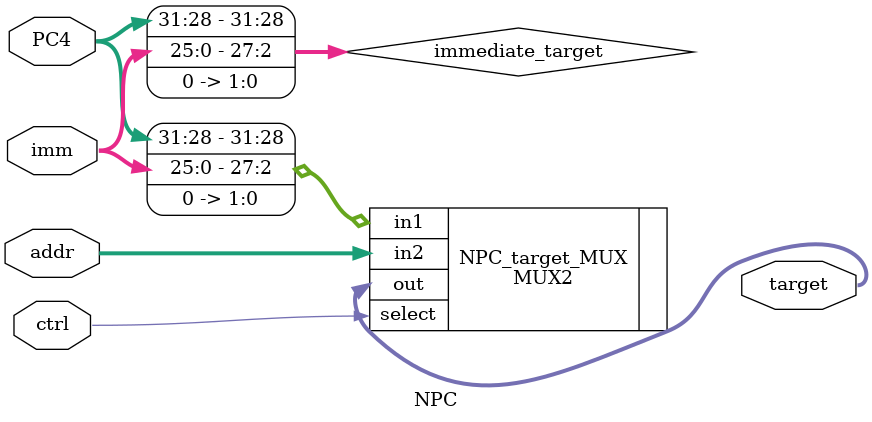
<source format=v>
/*
 * File: NPC.v
 * Next PC who generates next value of PC(excepts PC+4)
*/
module NPC (
    input[31:0]     PC4,
    input[25:0]     imm,
    input[31:0]     addr,
    input           ctrl,
    output[31:0]    target
);
    wire[31:0] immediate_target = {PC4[31:28], imm[25:0], {2{1'b0}}};
    MUX2#(32)NPC_target_MUX(
        .in1(immediate_target), .in2(addr),
        .select(ctrl), .out(target)
    );
endmodule
</source>
